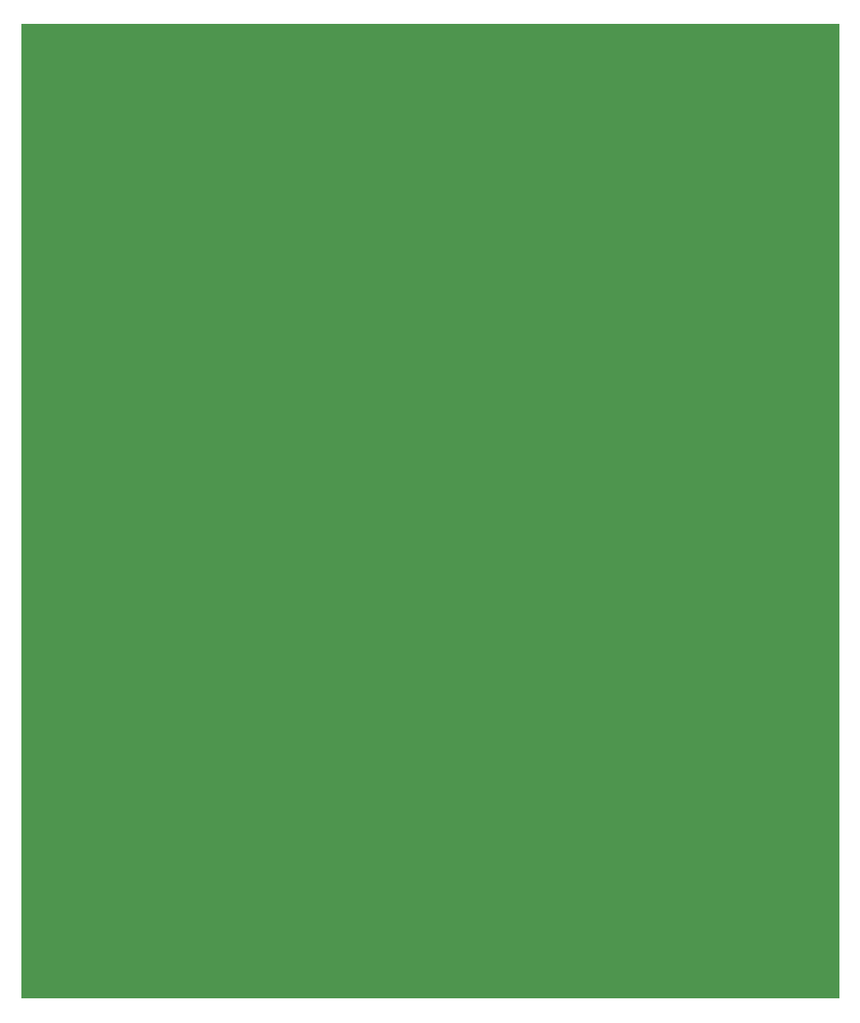
<source format=gbl>
G04 ===== Begin FILE IDENTIFICATION =====*
G04 File Format:  Gerber RS274X*
G04 ===== End FILE IDENTIFICATION =====*
%FSLAX24Y24*%
%MOIN*%
%SFA1.0000B1.0000*%
%OFA0.0B0.0*%
%ADD14R,3.317913X3.947244*%
%LNcond2*%
%IPPOS*%
%LPD*%
G75*
D14*
X-1511Y0D03*
M02*


</source>
